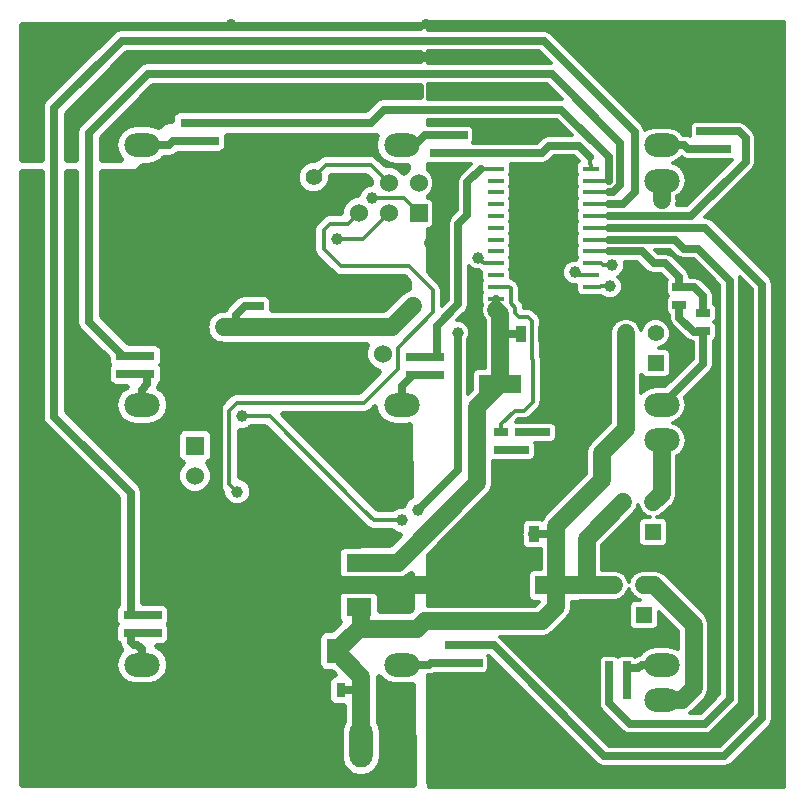
<source format=gtl>
G04 (created by PCBNEW (2013-jul-07)-stable) date pon, 28 lis 2016, 06:01:28*
%MOIN*%
G04 Gerber Fmt 3.4, Leading zero omitted, Abs format*
%FSLAX34Y34*%
G01*
G70*
G90*
G04 APERTURE LIST*
%ADD10C,0.00393701*%
%ADD11R,0.055X0.055*%
%ADD12C,0.055*%
%ADD13R,0.0551X0.0138*%
%ADD14R,0.06X0.08*%
%ADD15R,0.08X0.06*%
%ADD16R,0.045X0.025*%
%ADD17R,0.025X0.045*%
%ADD18R,0.06X0.06*%
%ADD19C,0.06*%
%ADD20O,0.078X0.156*%
%ADD21R,0.1417X0.063*%
%ADD22O,0.11811X0.0787402*%
%ADD23R,0.035X0.055*%
%ADD24C,0.0354331*%
%ADD25C,0.0393701*%
%ADD26C,0.0590551*%
%ADD27C,0.025*%
%ADD28C,0.014*%
%ADD29C,0.0137795*%
%ADD30C,0.019685*%
G04 APERTURE END LIST*
G54D10*
G54D11*
X93300Y-43100D03*
G54D12*
X93300Y-42100D03*
X92300Y-42100D03*
G54D11*
X93216Y-48728D03*
G54D12*
X93216Y-47728D03*
X92216Y-47728D03*
G54D11*
X92900Y-51500D03*
G54D12*
X92900Y-50500D03*
X91900Y-50500D03*
G54D13*
X91141Y-40944D03*
X91141Y-40551D03*
X91141Y-40157D03*
X91141Y-39763D03*
X91141Y-39370D03*
X91141Y-38976D03*
X91141Y-38582D03*
X91141Y-38188D03*
X91141Y-37795D03*
X91141Y-37401D03*
X91141Y-37007D03*
X91141Y-36614D03*
X87992Y-36614D03*
X87992Y-37007D03*
X87992Y-37401D03*
X87992Y-37795D03*
X87992Y-38188D03*
X87992Y-38582D03*
X87992Y-38976D03*
X87992Y-39370D03*
X87992Y-39763D03*
X87992Y-40157D03*
X87992Y-40551D03*
X87992Y-40944D03*
G54D14*
X82650Y-52700D03*
X81350Y-52700D03*
G54D15*
X83400Y-51224D03*
X83400Y-49771D03*
G54D16*
X88150Y-46000D03*
X88150Y-45400D03*
X88850Y-46000D03*
X88850Y-45400D03*
X89550Y-46000D03*
X89550Y-45400D03*
X87300Y-52500D03*
X87300Y-53100D03*
G54D17*
X82200Y-54000D03*
X82800Y-54000D03*
G54D16*
X86500Y-52500D03*
X86500Y-53100D03*
X75800Y-51500D03*
X75800Y-52100D03*
X75557Y-42859D03*
X75557Y-43459D03*
G54D17*
X91747Y-54055D03*
X92347Y-54055D03*
G54D16*
X76357Y-42859D03*
X76357Y-43459D03*
G54D17*
X91747Y-53267D03*
X92347Y-53267D03*
G54D16*
X76600Y-51500D03*
X76600Y-52100D03*
X94881Y-41432D03*
X94881Y-42032D03*
X85200Y-42900D03*
X85200Y-43500D03*
X94094Y-40566D03*
X94094Y-41166D03*
X86000Y-42900D03*
X86000Y-43500D03*
X77702Y-35087D03*
X77702Y-35687D03*
X86800Y-36100D03*
X86800Y-35500D03*
X86000Y-36100D03*
X86000Y-35500D03*
X78502Y-35087D03*
X78502Y-35687D03*
X94881Y-35369D03*
X94881Y-35969D03*
X95590Y-35369D03*
X95590Y-35969D03*
X80000Y-41200D03*
X80000Y-40600D03*
G54D18*
X85400Y-38100D03*
G54D19*
X85400Y-37100D03*
X84400Y-38100D03*
X84400Y-37100D03*
X83400Y-38100D03*
X83400Y-37100D03*
G54D18*
X77952Y-45850D03*
G54D19*
X77952Y-46850D03*
X77952Y-47850D03*
G54D18*
X83200Y-42800D03*
G54D19*
X84200Y-42800D03*
G54D20*
X83490Y-55800D03*
X81510Y-55800D03*
G54D21*
X88117Y-43800D03*
X90283Y-43800D03*
X89983Y-50500D03*
X87817Y-50500D03*
G54D22*
X76181Y-53149D03*
X84842Y-53149D03*
X93503Y-53149D03*
X76181Y-44488D03*
X84842Y-44488D03*
X93503Y-44488D03*
X76181Y-35826D03*
X84842Y-35826D03*
X93503Y-35826D03*
X93503Y-37007D03*
X93503Y-45669D03*
X93503Y-54330D03*
G54D12*
X78900Y-41900D03*
X78900Y-40900D03*
X81900Y-36900D03*
G54D23*
X88425Y-48800D03*
X89234Y-48800D03*
X89548Y-42125D03*
X88798Y-42125D03*
G54D24*
X72539Y-37007D03*
X72539Y-39763D03*
X72637Y-45866D03*
X74606Y-47736D03*
X74803Y-51968D03*
X76673Y-50688D03*
X75885Y-46161D03*
X74114Y-42814D03*
X73818Y-36909D03*
X72440Y-35236D03*
X73917Y-34842D03*
X75984Y-32874D03*
X84744Y-32874D03*
X80708Y-32874D03*
X80511Y-34153D03*
X77066Y-34153D03*
X75098Y-36122D03*
X74409Y-32185D03*
X79133Y-31791D03*
X85629Y-31791D03*
X85629Y-32874D03*
X89173Y-32972D03*
X91043Y-32283D03*
X93602Y-34744D03*
X97244Y-35531D03*
X95472Y-38090D03*
X97244Y-39665D03*
X97342Y-45078D03*
X97342Y-50885D03*
X96850Y-56397D03*
X93700Y-56791D03*
X90452Y-56397D03*
X87795Y-53937D03*
X89074Y-52559D03*
X91535Y-52066D03*
X93503Y-52165D03*
X91633Y-55413D03*
X95669Y-55118D03*
X96259Y-52263D03*
X96358Y-48228D03*
X96259Y-41633D03*
X94980Y-44192D03*
X94881Y-46948D03*
X94586Y-49803D03*
X95275Y-53838D03*
X86122Y-55216D03*
X88779Y-50984D03*
X86909Y-48622D03*
X88287Y-47047D03*
X89862Y-47637D03*
X90649Y-46062D03*
X91141Y-44192D03*
X89960Y-43011D03*
X92618Y-40354D03*
X90157Y-41043D03*
X88779Y-39566D03*
X90157Y-36909D03*
X89763Y-35236D03*
X88287Y-35334D03*
X89566Y-34055D03*
X87007Y-33956D03*
X80807Y-36122D03*
X79822Y-37893D03*
X81003Y-39468D03*
X80511Y-45767D03*
X80413Y-47440D03*
X82185Y-50295D03*
X79232Y-50393D03*
X79921Y-53838D03*
X78641Y-56692D03*
X76870Y-54724D03*
X73818Y-55905D03*
X72736Y-49901D03*
X77952Y-39468D03*
X75393Y-36909D03*
X75000Y-41437D03*
X75000Y-38779D03*
X80019Y-43208D03*
X87401Y-42913D03*
X87204Y-40452D03*
X85728Y-39074D03*
X96161Y-32381D03*
X94783Y-36614D03*
X81102Y-44881D03*
X84645Y-45669D03*
X84645Y-46948D03*
X78051Y-36515D03*
X94291Y-42716D03*
X86811Y-50492D03*
G54D25*
X86700Y-42083D03*
X85361Y-47988D03*
X93511Y-37648D03*
X85200Y-41200D03*
X90598Y-40065D03*
X75600Y-39400D03*
X83855Y-37604D03*
X79348Y-47378D03*
X82684Y-38963D03*
X91857Y-39829D03*
X87379Y-39573D03*
X91779Y-40537D03*
X84850Y-48333D03*
X79495Y-44868D03*
G54D26*
X83464Y-51950D02*
X83464Y-51574D01*
G54D27*
X83400Y-51510D02*
X83400Y-51150D01*
X83464Y-51574D02*
X83400Y-51510D01*
X86700Y-46650D02*
X86700Y-42083D01*
X85361Y-47988D02*
X86700Y-46650D01*
X89175Y-48800D02*
X89983Y-48800D01*
X89983Y-48800D02*
X90000Y-48800D01*
X90000Y-48800D02*
X89983Y-48800D01*
G54D26*
X83400Y-51950D02*
X83464Y-51950D01*
X83464Y-51950D02*
X85350Y-51950D01*
X89983Y-51217D02*
X89983Y-50500D01*
X89500Y-51700D02*
X89983Y-51217D01*
X85600Y-51700D02*
X89500Y-51700D01*
X85350Y-51950D02*
X85600Y-51700D01*
X89983Y-50500D02*
X89983Y-48800D01*
X89983Y-48800D02*
X89983Y-48517D01*
X89983Y-48517D02*
X91500Y-47000D01*
X91500Y-47000D02*
X91500Y-46100D01*
X91500Y-46100D02*
X92300Y-45300D01*
X92300Y-45300D02*
X92300Y-42100D01*
X92216Y-47728D02*
X91000Y-48944D01*
X91000Y-48944D02*
X91000Y-50500D01*
X83400Y-51950D02*
X82650Y-52700D01*
X89983Y-50500D02*
X91000Y-50500D01*
X91000Y-50500D02*
X91200Y-50500D01*
X91200Y-50500D02*
X91900Y-50500D01*
G54D27*
X82800Y-54000D02*
X83490Y-54000D01*
X83490Y-54000D02*
X83500Y-54000D01*
X83500Y-54000D02*
X83490Y-54000D01*
G54D26*
X83490Y-55800D02*
X83490Y-54000D01*
X83490Y-54000D02*
X83490Y-53540D01*
X83490Y-53540D02*
X82650Y-52700D01*
X92900Y-50500D02*
X93255Y-50500D01*
X94173Y-54330D02*
X93503Y-54330D01*
X94566Y-53937D02*
X94173Y-54330D01*
X94566Y-51811D02*
X94566Y-53937D01*
X93255Y-50500D02*
X94566Y-51811D01*
X93216Y-47728D02*
X93503Y-47440D01*
X93503Y-47440D02*
X93503Y-45669D01*
X93503Y-37007D02*
X93503Y-37641D01*
X93503Y-37641D02*
X93511Y-37648D01*
G54D27*
X76600Y-52100D02*
X75800Y-52100D01*
X76181Y-53149D02*
X76181Y-52631D01*
X75800Y-52375D02*
X75800Y-52100D01*
X75900Y-52475D02*
X75800Y-52375D01*
X76025Y-52475D02*
X75900Y-52475D01*
X76181Y-52631D02*
X76025Y-52475D01*
X86500Y-53100D02*
X87300Y-53100D01*
X84842Y-53149D02*
X85750Y-53149D01*
X85800Y-53100D02*
X86500Y-53100D01*
X85750Y-53149D02*
X85800Y-53100D01*
X92347Y-54055D02*
X92347Y-53267D01*
X93503Y-53149D02*
X92834Y-53149D01*
X92716Y-53267D02*
X92347Y-53267D01*
X92834Y-53149D02*
X92716Y-53267D01*
X76357Y-43459D02*
X75557Y-43459D01*
X76181Y-44488D02*
X76181Y-43976D01*
X76357Y-43800D02*
X76357Y-43459D01*
X76181Y-43976D02*
X76357Y-43800D01*
X85200Y-43500D02*
X86000Y-43500D01*
X84842Y-44488D02*
X84842Y-43857D01*
X84842Y-43857D02*
X85200Y-43500D01*
X94881Y-42032D02*
X94866Y-42047D01*
X94094Y-41574D02*
X94094Y-41166D01*
X94566Y-42047D02*
X94094Y-41574D01*
X94866Y-42047D02*
X94566Y-42047D01*
X93503Y-44488D02*
X94881Y-43110D01*
X94881Y-43110D02*
X94881Y-42032D01*
X76181Y-35826D02*
X77086Y-35826D01*
X77225Y-35687D02*
X77702Y-35687D01*
X77086Y-35826D02*
X77225Y-35687D01*
X77702Y-35687D02*
X78502Y-35687D01*
X86000Y-35500D02*
X85602Y-35500D01*
X85275Y-35826D02*
X84842Y-35826D01*
X85602Y-35500D02*
X85275Y-35826D01*
X86000Y-35500D02*
X86800Y-35500D01*
X94881Y-35969D02*
X95590Y-35969D01*
X93503Y-35826D02*
X94251Y-35826D01*
X94394Y-35969D02*
X94881Y-35969D01*
X94251Y-35826D02*
X94394Y-35969D01*
X80000Y-41200D02*
X79600Y-41200D01*
X79300Y-41500D02*
X79300Y-41900D01*
X79600Y-41200D02*
X79300Y-41500D01*
G54D26*
X78900Y-41900D02*
X79300Y-41900D01*
X79300Y-41900D02*
X84500Y-41900D01*
X84500Y-41900D02*
X85200Y-41200D01*
G54D28*
X91141Y-40157D02*
X90689Y-40157D01*
X90689Y-40157D02*
X90598Y-40065D01*
G54D27*
X89548Y-42125D02*
X89823Y-42125D01*
X89837Y-42112D02*
X90283Y-42112D01*
X89823Y-42125D02*
X89837Y-42112D01*
G54D28*
X91141Y-40944D02*
X90742Y-40944D01*
G54D26*
X90283Y-41404D02*
X90598Y-41089D01*
X90283Y-41404D02*
X90283Y-42112D01*
X90283Y-42112D02*
X90283Y-43800D01*
G54D28*
X90742Y-40944D02*
X90598Y-41089D01*
G54D27*
X78101Y-40101D02*
X80224Y-37978D01*
X82521Y-37978D02*
X83400Y-37100D01*
X80224Y-37978D02*
X82521Y-37978D01*
X88425Y-48800D02*
X87700Y-48800D01*
X87700Y-48800D02*
X87350Y-48450D01*
X80000Y-40600D02*
X79200Y-40600D01*
X79200Y-40600D02*
X78900Y-40900D01*
G54D26*
X86000Y-49800D02*
X87350Y-48450D01*
X87350Y-48450D02*
X88450Y-47350D01*
X90283Y-46000D02*
X90283Y-46517D01*
X86000Y-49800D02*
X86000Y-50500D01*
X89450Y-47350D02*
X90283Y-46517D01*
X88450Y-47350D02*
X89450Y-47350D01*
G54D27*
X89550Y-46000D02*
X90283Y-46000D01*
X90283Y-46000D02*
X90300Y-46000D01*
X90300Y-46000D02*
X90283Y-46000D01*
X77952Y-47850D02*
X78549Y-47850D01*
X78150Y-41650D02*
X78900Y-40900D01*
X78150Y-42150D02*
X78150Y-41650D01*
X78750Y-42750D02*
X78150Y-42150D01*
X78750Y-47650D02*
X78750Y-42750D01*
X78549Y-47850D02*
X78750Y-47650D01*
G54D26*
X90283Y-43800D02*
X90283Y-46000D01*
X84800Y-50500D02*
X85300Y-50500D01*
X78900Y-40900D02*
X78495Y-40495D01*
X78495Y-40495D02*
X78101Y-40101D01*
X78101Y-40101D02*
X77400Y-39400D01*
X77400Y-39400D02*
X75600Y-39400D01*
X81350Y-52700D02*
X81350Y-51850D01*
X82700Y-50500D02*
X84800Y-50500D01*
X84800Y-50500D02*
X86000Y-50500D01*
X86000Y-50500D02*
X87817Y-50500D01*
X81350Y-51850D02*
X82700Y-50500D01*
G54D27*
X82200Y-54000D02*
X81350Y-54000D01*
G54D26*
X81510Y-55800D02*
X81510Y-54510D01*
X81350Y-54350D02*
X81350Y-54000D01*
X81350Y-54000D02*
X81350Y-52700D01*
X81510Y-54510D02*
X81350Y-54350D01*
G54D28*
X85400Y-38100D02*
X84904Y-37604D01*
X84904Y-37604D02*
X83855Y-37604D01*
X81900Y-36900D02*
X82297Y-36502D01*
X83802Y-36502D02*
X84400Y-37100D01*
X82297Y-36502D02*
X83802Y-36502D01*
X83400Y-38100D02*
X83048Y-38451D01*
X79092Y-47122D02*
X79348Y-47378D01*
X79092Y-44681D02*
X79092Y-47122D01*
X79348Y-44425D02*
X79092Y-44681D01*
X79446Y-44425D02*
X79348Y-44425D01*
X83570Y-44425D02*
X79446Y-44425D01*
X84702Y-43293D02*
X83570Y-44425D01*
X84702Y-42575D02*
X84702Y-43293D01*
X85873Y-41404D02*
X84702Y-42575D01*
X85873Y-40656D02*
X85873Y-41404D01*
X85086Y-39868D02*
X85873Y-40656D01*
X82822Y-39868D02*
X85086Y-39868D01*
X82241Y-39287D02*
X82822Y-39868D01*
X82241Y-38667D02*
X82241Y-39287D01*
X82458Y-38451D02*
X82241Y-38667D01*
X83048Y-38451D02*
X82458Y-38451D01*
X84400Y-38100D02*
X83536Y-38963D01*
X83536Y-38963D02*
X82684Y-38963D01*
X91477Y-39763D02*
X91141Y-39763D01*
X91542Y-39829D02*
X91477Y-39763D01*
X91857Y-39829D02*
X91542Y-39829D01*
G54D27*
X88850Y-46000D02*
X88150Y-46000D01*
X89550Y-45400D02*
X88850Y-45400D01*
G54D26*
X84700Y-49750D02*
X87350Y-47100D01*
G54D28*
X83400Y-49850D02*
X83500Y-49750D01*
G54D26*
X84550Y-49750D02*
X84700Y-49750D01*
X83500Y-49750D02*
X84550Y-49750D01*
X87350Y-44567D02*
X88117Y-43800D01*
X87350Y-47100D02*
X87350Y-44567D01*
G54D27*
X88798Y-42125D02*
X88117Y-42125D01*
G54D26*
X88117Y-43800D02*
X88117Y-42125D01*
X88117Y-42125D02*
X88117Y-41463D01*
G54D27*
X87992Y-41338D02*
X87992Y-40944D01*
G54D26*
X88117Y-41463D02*
X87992Y-41338D01*
G54D28*
X88150Y-45400D02*
X88150Y-45125D01*
X88426Y-40551D02*
X87992Y-40551D01*
X88475Y-40600D02*
X88426Y-40551D01*
X88475Y-41100D02*
X88475Y-40600D01*
X88625Y-41250D02*
X88475Y-41100D01*
X88625Y-41425D02*
X88625Y-41250D01*
X88750Y-41550D02*
X88625Y-41425D01*
X89050Y-41550D02*
X88750Y-41550D01*
X89175Y-41675D02*
X89050Y-41550D01*
X89175Y-42950D02*
X89175Y-41675D01*
X89200Y-42975D02*
X89175Y-42950D01*
X89200Y-44375D02*
X89200Y-42975D01*
X88900Y-44675D02*
X89200Y-44375D01*
X88600Y-44675D02*
X88900Y-44675D01*
X88150Y-45125D02*
X88600Y-44675D01*
X87569Y-39763D02*
X87992Y-39763D01*
X87379Y-39573D02*
X87569Y-39763D01*
X91450Y-40551D02*
X91141Y-40551D01*
X91464Y-40537D02*
X91450Y-40551D01*
X91779Y-40537D02*
X91464Y-40537D01*
G54D27*
X91732Y-37795D02*
X92204Y-37795D01*
X75507Y-32342D02*
X89564Y-32342D01*
X75800Y-51500D02*
X75800Y-47425D01*
X73249Y-44874D02*
X73249Y-34600D01*
X75800Y-47425D02*
X73249Y-44874D01*
X73249Y-34600D02*
X75507Y-32342D01*
G54D28*
X91732Y-37795D02*
X91141Y-37795D01*
G54D27*
X92598Y-35376D02*
X89564Y-32342D01*
X92598Y-37401D02*
X92598Y-35376D01*
X92204Y-37795D02*
X92598Y-37401D01*
X76600Y-51500D02*
X75800Y-51500D01*
X91732Y-38582D02*
X94960Y-38582D01*
G54D28*
X91141Y-38582D02*
X91732Y-38582D01*
G54D27*
X94960Y-38582D02*
X96850Y-40472D01*
X87300Y-52500D02*
X87900Y-52500D01*
X96850Y-54930D02*
X96850Y-40472D01*
X95590Y-56190D02*
X96850Y-54930D01*
X91590Y-56190D02*
X95590Y-56190D01*
X87900Y-52500D02*
X91590Y-56190D01*
X86500Y-52500D02*
X87300Y-52500D01*
X94940Y-55118D02*
X95775Y-54283D01*
X91747Y-54424D02*
X92440Y-55118D01*
X92440Y-55118D02*
X94940Y-55118D01*
X91747Y-54055D02*
X91747Y-54424D01*
X95775Y-40341D02*
X94709Y-39275D01*
X95775Y-54283D02*
X95775Y-40341D01*
X91747Y-53267D02*
X91747Y-54055D01*
G54D28*
X91141Y-38976D02*
X91732Y-38976D01*
G54D27*
X94709Y-39275D02*
X94235Y-39275D01*
X93937Y-38976D02*
X91732Y-38976D01*
X94235Y-39275D02*
X93937Y-38976D01*
X76385Y-33451D02*
X74409Y-35427D01*
X92125Y-35748D02*
X92125Y-37165D01*
X91889Y-37401D02*
X91732Y-37401D01*
X92125Y-37165D02*
X91889Y-37401D01*
G54D28*
X91141Y-37401D02*
X91732Y-37401D01*
G54D27*
X89829Y-33451D02*
X76385Y-33451D01*
X92125Y-35748D02*
X89829Y-33451D01*
X74409Y-41711D02*
X75557Y-42859D01*
X74409Y-35427D02*
X74409Y-41711D01*
X76357Y-42859D02*
X75557Y-42859D01*
X87025Y-38150D02*
X87025Y-37069D01*
X86725Y-38450D02*
X87025Y-38150D01*
X86000Y-42900D02*
X86000Y-41850D01*
X86000Y-41850D02*
X86725Y-41125D01*
X86725Y-41125D02*
X86725Y-38450D01*
G54D28*
X87480Y-36614D02*
X87992Y-36614D01*
G54D27*
X87025Y-37069D02*
X87480Y-36614D01*
X85200Y-42900D02*
X86000Y-42900D01*
X94094Y-40566D02*
X94094Y-40236D01*
G54D28*
X91732Y-39370D02*
X91141Y-39370D01*
G54D27*
X92834Y-39370D02*
X91732Y-39370D01*
X93228Y-39763D02*
X92834Y-39370D01*
X93622Y-39763D02*
X93228Y-39763D01*
X94094Y-40236D02*
X93622Y-39763D01*
X94881Y-41432D02*
X94881Y-40866D01*
X94581Y-40566D02*
X94094Y-40566D01*
X94881Y-40866D02*
X94581Y-40566D01*
X78502Y-35087D02*
X83810Y-35087D01*
G54D28*
X91732Y-37007D02*
X91141Y-37007D01*
G54D27*
X91732Y-36220D02*
X91732Y-37007D01*
X90157Y-34645D02*
X91732Y-36220D01*
X84251Y-34645D02*
X90157Y-34645D01*
X83810Y-35087D02*
X84251Y-34645D01*
X77702Y-35087D02*
X78502Y-35087D01*
X89921Y-35850D02*
X90731Y-35850D01*
G54D28*
X91141Y-36496D02*
X91141Y-36614D01*
X91102Y-36456D02*
X91141Y-36496D01*
X91102Y-36220D02*
X91102Y-36456D01*
G54D27*
X90731Y-35850D02*
X91102Y-36220D01*
X86800Y-36100D02*
X89500Y-36100D01*
X89750Y-35850D02*
X89921Y-35850D01*
X89921Y-35850D02*
X89925Y-35850D01*
X89500Y-36100D02*
X89750Y-35850D01*
X86000Y-36100D02*
X86800Y-36100D01*
G54D28*
X91141Y-38188D02*
X91732Y-38188D01*
G54D27*
X96077Y-35369D02*
X96299Y-35590D01*
X96299Y-35590D02*
X96299Y-36377D01*
X96299Y-36377D02*
X94488Y-38188D01*
X94488Y-38188D02*
X91732Y-38188D01*
X96077Y-35369D02*
X95590Y-35369D01*
X95590Y-35369D02*
X94881Y-35369D01*
G54D28*
X83511Y-47939D02*
X83905Y-48333D01*
X83511Y-47939D02*
X80440Y-44868D01*
X80440Y-44868D02*
X79495Y-44868D01*
X83905Y-48333D02*
X84850Y-48333D01*
G54D10*
G36*
X87146Y-36451D02*
X86776Y-36821D01*
X86700Y-36935D01*
X86673Y-37069D01*
X86673Y-38004D01*
X86476Y-38201D01*
X86400Y-38315D01*
X86373Y-38450D01*
X86373Y-40979D01*
X86170Y-41183D01*
X86170Y-40656D01*
X86147Y-40542D01*
X86147Y-40542D01*
X86083Y-40446D01*
X85706Y-40069D01*
X85706Y-38626D01*
X85744Y-38626D01*
X85828Y-38592D01*
X85891Y-38528D01*
X85926Y-38445D01*
X85926Y-38355D01*
X85926Y-37755D01*
X85892Y-37671D01*
X85828Y-37608D01*
X85745Y-37573D01*
X85706Y-37573D01*
X85706Y-37537D01*
X85845Y-37398D01*
X85926Y-37205D01*
X85926Y-36995D01*
X85846Y-36802D01*
X85706Y-36661D01*
X85706Y-36441D01*
X85729Y-36451D01*
X85819Y-36451D01*
X86269Y-36451D01*
X86269Y-36451D01*
X86575Y-36451D01*
X86619Y-36451D01*
X87069Y-36451D01*
X87069Y-36451D01*
X87146Y-36451D01*
X87146Y-36451D01*
G37*
G54D29*
X87146Y-36451D02*
X86776Y-36821D01*
X86700Y-36935D01*
X86673Y-37069D01*
X86673Y-38004D01*
X86476Y-38201D01*
X86400Y-38315D01*
X86373Y-38450D01*
X86373Y-40979D01*
X86170Y-41183D01*
X86170Y-40656D01*
X86147Y-40542D01*
X86147Y-40542D01*
X86083Y-40446D01*
X85706Y-40069D01*
X85706Y-38626D01*
X85744Y-38626D01*
X85828Y-38592D01*
X85891Y-38528D01*
X85926Y-38445D01*
X85926Y-38355D01*
X85926Y-37755D01*
X85892Y-37671D01*
X85828Y-37608D01*
X85745Y-37573D01*
X85706Y-37573D01*
X85706Y-37537D01*
X85845Y-37398D01*
X85926Y-37205D01*
X85926Y-36995D01*
X85846Y-36802D01*
X85706Y-36661D01*
X85706Y-36441D01*
X85729Y-36451D01*
X85819Y-36451D01*
X86269Y-36451D01*
X86269Y-36451D01*
X86575Y-36451D01*
X86619Y-36451D01*
X87069Y-36451D01*
X87069Y-36451D01*
X87146Y-36451D01*
G54D10*
G36*
X87595Y-43258D02*
X87363Y-43258D01*
X87280Y-43292D01*
X87216Y-43356D01*
X87182Y-43439D01*
X87182Y-43529D01*
X87182Y-43997D01*
X87051Y-44127D01*
X87051Y-42330D01*
X87058Y-42323D01*
X87123Y-42167D01*
X87123Y-41999D01*
X87059Y-41843D01*
X86940Y-41724D01*
X86784Y-41660D01*
X86686Y-41660D01*
X86973Y-41373D01*
X87049Y-41259D01*
X87076Y-41125D01*
X87076Y-39868D01*
X87139Y-39932D01*
X87294Y-39996D01*
X87395Y-39996D01*
X87395Y-39996D01*
X87456Y-40037D01*
X87456Y-40037D01*
X87490Y-40044D01*
X87490Y-40133D01*
X87490Y-40271D01*
X87524Y-40354D01*
X87490Y-40436D01*
X87490Y-40527D01*
X87490Y-40665D01*
X87524Y-40748D01*
X87490Y-40830D01*
X87490Y-40920D01*
X87490Y-41058D01*
X87518Y-41126D01*
X87510Y-41138D01*
X87470Y-41338D01*
X87510Y-41538D01*
X87595Y-41665D01*
X87595Y-42125D01*
X87595Y-43258D01*
X87595Y-43258D01*
G37*
G54D29*
X87595Y-43258D02*
X87363Y-43258D01*
X87280Y-43292D01*
X87216Y-43356D01*
X87182Y-43439D01*
X87182Y-43529D01*
X87182Y-43997D01*
X87051Y-44127D01*
X87051Y-42330D01*
X87058Y-42323D01*
X87123Y-42167D01*
X87123Y-41999D01*
X87059Y-41843D01*
X86940Y-41724D01*
X86784Y-41660D01*
X86686Y-41660D01*
X86973Y-41373D01*
X87049Y-41259D01*
X87076Y-41125D01*
X87076Y-39868D01*
X87139Y-39932D01*
X87294Y-39996D01*
X87395Y-39996D01*
X87395Y-39996D01*
X87456Y-40037D01*
X87456Y-40037D01*
X87490Y-40044D01*
X87490Y-40133D01*
X87490Y-40271D01*
X87524Y-40354D01*
X87490Y-40436D01*
X87490Y-40527D01*
X87490Y-40665D01*
X87524Y-40748D01*
X87490Y-40830D01*
X87490Y-40920D01*
X87490Y-41058D01*
X87518Y-41126D01*
X87510Y-41138D01*
X87470Y-41338D01*
X87510Y-41538D01*
X87595Y-41665D01*
X87595Y-42125D01*
X87595Y-43258D01*
G54D10*
G36*
X89824Y-33100D02*
X85706Y-33100D01*
X85706Y-32693D01*
X89418Y-32693D01*
X89824Y-33100D01*
X89824Y-33100D01*
G37*
G54D29*
X89824Y-33100D02*
X85706Y-33100D01*
X85706Y-32693D01*
X89418Y-32693D01*
X89824Y-33100D01*
G54D10*
G36*
X90179Y-34298D02*
X90157Y-34294D01*
X85706Y-34294D01*
X85706Y-33802D01*
X89683Y-33802D01*
X90179Y-34298D01*
X90179Y-34298D01*
G37*
G54D29*
X90179Y-34298D02*
X90157Y-34294D01*
X85706Y-34294D01*
X85706Y-33802D01*
X89683Y-33802D01*
X90179Y-34298D01*
G54D10*
G36*
X90513Y-35498D02*
X89925Y-35498D01*
X89921Y-35498D01*
X89750Y-35498D01*
X89615Y-35525D01*
X89501Y-35601D01*
X89501Y-35601D01*
X89354Y-35748D01*
X87218Y-35748D01*
X87251Y-35670D01*
X87251Y-35580D01*
X87251Y-35330D01*
X87217Y-35246D01*
X87153Y-35183D01*
X87070Y-35148D01*
X86980Y-35148D01*
X86530Y-35148D01*
X86530Y-35148D01*
X86224Y-35148D01*
X86180Y-35148D01*
X85730Y-35148D01*
X85730Y-35148D01*
X85706Y-35148D01*
X85706Y-34997D01*
X90011Y-34997D01*
X90513Y-35498D01*
X90513Y-35498D01*
G37*
G54D29*
X90513Y-35498D02*
X89925Y-35498D01*
X89921Y-35498D01*
X89750Y-35498D01*
X89615Y-35525D01*
X89501Y-35601D01*
X89501Y-35601D01*
X89354Y-35748D01*
X87218Y-35748D01*
X87251Y-35670D01*
X87251Y-35580D01*
X87251Y-35330D01*
X87217Y-35246D01*
X87153Y-35183D01*
X87070Y-35148D01*
X86980Y-35148D01*
X86530Y-35148D01*
X86530Y-35148D01*
X86224Y-35148D01*
X86180Y-35148D01*
X85730Y-35148D01*
X85730Y-35148D01*
X85706Y-35148D01*
X85706Y-34997D01*
X90011Y-34997D01*
X90513Y-35498D01*
G54D10*
G36*
X94530Y-42964D02*
X93627Y-43868D01*
X93291Y-43868D01*
X93053Y-43915D01*
X92852Y-44049D01*
X92821Y-44096D01*
X92821Y-43475D01*
X92832Y-43503D01*
X92896Y-43566D01*
X92979Y-43601D01*
X93069Y-43601D01*
X93619Y-43601D01*
X93703Y-43567D01*
X93766Y-43503D01*
X93801Y-43420D01*
X93801Y-43330D01*
X93801Y-42780D01*
X93767Y-42696D01*
X93703Y-42633D01*
X93620Y-42598D01*
X93530Y-42598D01*
X93406Y-42598D01*
X93583Y-42525D01*
X93724Y-42384D01*
X93801Y-42200D01*
X93801Y-42000D01*
X93725Y-41816D01*
X93584Y-41675D01*
X93400Y-41598D01*
X93200Y-41598D01*
X93016Y-41674D01*
X92875Y-41815D01*
X92800Y-41994D01*
X92781Y-41900D01*
X92668Y-41731D01*
X92499Y-41618D01*
X92300Y-41578D01*
X92100Y-41618D01*
X91931Y-41731D01*
X91818Y-41900D01*
X91778Y-42100D01*
X91778Y-45083D01*
X91131Y-45731D01*
X91018Y-45900D01*
X90978Y-46100D01*
X90978Y-46783D01*
X89614Y-48148D01*
X89501Y-48317D01*
X89500Y-48318D01*
X89500Y-48318D01*
X89454Y-48298D01*
X89364Y-48298D01*
X89014Y-48298D01*
X88930Y-48332D01*
X88867Y-48396D01*
X88832Y-48479D01*
X88832Y-48569D01*
X88832Y-48754D01*
X88823Y-48800D01*
X88832Y-48845D01*
X88832Y-49119D01*
X88867Y-49203D01*
X88930Y-49266D01*
X89013Y-49301D01*
X89103Y-49301D01*
X89453Y-49301D01*
X89461Y-49298D01*
X89461Y-49958D01*
X89229Y-49958D01*
X89146Y-49992D01*
X89082Y-50056D01*
X89048Y-50139D01*
X89048Y-50229D01*
X89048Y-50859D01*
X89082Y-50943D01*
X89146Y-51006D01*
X89229Y-51041D01*
X89319Y-51041D01*
X89420Y-51041D01*
X89283Y-51178D01*
X85706Y-51178D01*
X85706Y-49481D01*
X87718Y-47468D01*
X87718Y-47468D01*
X87775Y-47384D01*
X87831Y-47299D01*
X87831Y-47299D01*
X87871Y-47100D01*
X87871Y-47100D01*
X87871Y-46347D01*
X87879Y-46351D01*
X87969Y-46351D01*
X88419Y-46351D01*
X88419Y-46351D01*
X88625Y-46351D01*
X88669Y-46351D01*
X89119Y-46351D01*
X89203Y-46317D01*
X89266Y-46253D01*
X89301Y-46170D01*
X89301Y-46080D01*
X89301Y-45830D01*
X89268Y-45751D01*
X89325Y-45751D01*
X89369Y-45751D01*
X89819Y-45751D01*
X89903Y-45717D01*
X89966Y-45653D01*
X90001Y-45570D01*
X90001Y-45480D01*
X90001Y-45230D01*
X89967Y-45146D01*
X89903Y-45083D01*
X89820Y-45048D01*
X89730Y-45048D01*
X89280Y-45048D01*
X89280Y-45048D01*
X89074Y-45048D01*
X89030Y-45048D01*
X88645Y-45048D01*
X88722Y-44971D01*
X88900Y-44971D01*
X89013Y-44948D01*
X89109Y-44884D01*
X89409Y-44584D01*
X89409Y-44584D01*
X89409Y-44584D01*
X89473Y-44488D01*
X89473Y-44488D01*
X89491Y-44397D01*
X89496Y-44375D01*
X89496Y-44375D01*
X89496Y-44375D01*
X89496Y-42975D01*
X89473Y-42861D01*
X89473Y-42861D01*
X89471Y-42857D01*
X89471Y-42857D01*
X89471Y-41675D01*
X89471Y-41674D01*
X89448Y-41561D01*
X89448Y-41561D01*
X89384Y-41465D01*
X89384Y-41465D01*
X89259Y-41340D01*
X89163Y-41276D01*
X89050Y-41253D01*
X88921Y-41253D01*
X88921Y-41250D01*
X88898Y-41136D01*
X88898Y-41136D01*
X88834Y-41040D01*
X88771Y-40977D01*
X88771Y-40600D01*
X88748Y-40486D01*
X88748Y-40486D01*
X88684Y-40390D01*
X88635Y-40341D01*
X88539Y-40277D01*
X88493Y-40268D01*
X88494Y-40181D01*
X88494Y-40043D01*
X88459Y-39960D01*
X88493Y-39878D01*
X88494Y-39787D01*
X88494Y-39649D01*
X88459Y-39566D01*
X88493Y-39484D01*
X88494Y-39394D01*
X88494Y-39256D01*
X88459Y-39173D01*
X88493Y-39090D01*
X88494Y-39000D01*
X88494Y-38862D01*
X88459Y-38779D01*
X88493Y-38696D01*
X88494Y-38606D01*
X88494Y-38468D01*
X88459Y-38385D01*
X88493Y-38303D01*
X88494Y-38213D01*
X88494Y-38075D01*
X88459Y-37992D01*
X88493Y-37909D01*
X88494Y-37819D01*
X88494Y-37681D01*
X88459Y-37598D01*
X88493Y-37515D01*
X88494Y-37425D01*
X88494Y-37287D01*
X88459Y-37204D01*
X88493Y-37122D01*
X88494Y-37032D01*
X88494Y-36894D01*
X88459Y-36810D01*
X88493Y-36728D01*
X88494Y-36638D01*
X88494Y-36500D01*
X88473Y-36451D01*
X89500Y-36451D01*
X89634Y-36424D01*
X89748Y-36348D01*
X89895Y-36201D01*
X89921Y-36201D01*
X89925Y-36201D01*
X90586Y-36201D01*
X90738Y-36353D01*
X90674Y-36416D01*
X90639Y-36499D01*
X90639Y-36590D01*
X90639Y-36728D01*
X90674Y-36811D01*
X90639Y-36893D01*
X90639Y-36983D01*
X90639Y-37121D01*
X90674Y-37204D01*
X90639Y-37287D01*
X90639Y-37377D01*
X90639Y-37515D01*
X90674Y-37598D01*
X90639Y-37681D01*
X90639Y-37771D01*
X90639Y-37909D01*
X90674Y-37992D01*
X90639Y-38074D01*
X90639Y-38164D01*
X90639Y-38302D01*
X90674Y-38385D01*
X90639Y-38468D01*
X90639Y-38558D01*
X90639Y-38696D01*
X90674Y-38779D01*
X90639Y-38862D01*
X90639Y-38952D01*
X90639Y-39090D01*
X90674Y-39173D01*
X90639Y-39255D01*
X90639Y-39345D01*
X90639Y-39483D01*
X90674Y-39567D01*
X90642Y-39642D01*
X90514Y-39642D01*
X90358Y-39706D01*
X90239Y-39825D01*
X90174Y-39980D01*
X90174Y-40149D01*
X90239Y-40304D01*
X90357Y-40424D01*
X90513Y-40488D01*
X90639Y-40488D01*
X90639Y-40527D01*
X90639Y-40665D01*
X90674Y-40748D01*
X90737Y-40811D01*
X90821Y-40846D01*
X90911Y-40846D01*
X91136Y-40846D01*
X91141Y-40847D01*
X91450Y-40847D01*
X91455Y-40846D01*
X91462Y-40846D01*
X91467Y-40844D01*
X91483Y-40841D01*
X91539Y-40896D01*
X91694Y-40961D01*
X91862Y-40961D01*
X92018Y-40896D01*
X92137Y-40778D01*
X92202Y-40622D01*
X92202Y-40454D01*
X92138Y-40298D01*
X92048Y-40208D01*
X92097Y-40188D01*
X92216Y-40069D01*
X92281Y-39913D01*
X92281Y-39745D01*
X92271Y-39721D01*
X92689Y-39721D01*
X92979Y-40012D01*
X92979Y-40012D01*
X93093Y-40088D01*
X93228Y-40115D01*
X93476Y-40115D01*
X93676Y-40315D01*
X93643Y-40395D01*
X93643Y-40485D01*
X93643Y-40735D01*
X93677Y-40819D01*
X93724Y-40866D01*
X93677Y-40912D01*
X93643Y-40995D01*
X93643Y-41085D01*
X93643Y-41335D01*
X93677Y-41419D01*
X93741Y-41482D01*
X93743Y-41483D01*
X93743Y-41574D01*
X93769Y-41709D01*
X93846Y-41823D01*
X94318Y-42295D01*
X94432Y-42371D01*
X94530Y-42391D01*
X94530Y-42964D01*
X94530Y-42964D01*
G37*
G54D29*
X94530Y-42964D02*
X93627Y-43868D01*
X93291Y-43868D01*
X93053Y-43915D01*
X92852Y-44049D01*
X92821Y-44096D01*
X92821Y-43475D01*
X92832Y-43503D01*
X92896Y-43566D01*
X92979Y-43601D01*
X93069Y-43601D01*
X93619Y-43601D01*
X93703Y-43567D01*
X93766Y-43503D01*
X93801Y-43420D01*
X93801Y-43330D01*
X93801Y-42780D01*
X93767Y-42696D01*
X93703Y-42633D01*
X93620Y-42598D01*
X93530Y-42598D01*
X93406Y-42598D01*
X93583Y-42525D01*
X93724Y-42384D01*
X93801Y-42200D01*
X93801Y-42000D01*
X93725Y-41816D01*
X93584Y-41675D01*
X93400Y-41598D01*
X93200Y-41598D01*
X93016Y-41674D01*
X92875Y-41815D01*
X92800Y-41994D01*
X92781Y-41900D01*
X92668Y-41731D01*
X92499Y-41618D01*
X92300Y-41578D01*
X92100Y-41618D01*
X91931Y-41731D01*
X91818Y-41900D01*
X91778Y-42100D01*
X91778Y-45083D01*
X91131Y-45731D01*
X91018Y-45900D01*
X90978Y-46100D01*
X90978Y-46783D01*
X89614Y-48148D01*
X89501Y-48317D01*
X89500Y-48318D01*
X89500Y-48318D01*
X89454Y-48298D01*
X89364Y-48298D01*
X89014Y-48298D01*
X88930Y-48332D01*
X88867Y-48396D01*
X88832Y-48479D01*
X88832Y-48569D01*
X88832Y-48754D01*
X88823Y-48800D01*
X88832Y-48845D01*
X88832Y-49119D01*
X88867Y-49203D01*
X88930Y-49266D01*
X89013Y-49301D01*
X89103Y-49301D01*
X89453Y-49301D01*
X89461Y-49298D01*
X89461Y-49958D01*
X89229Y-49958D01*
X89146Y-49992D01*
X89082Y-50056D01*
X89048Y-50139D01*
X89048Y-50229D01*
X89048Y-50859D01*
X89082Y-50943D01*
X89146Y-51006D01*
X89229Y-51041D01*
X89319Y-51041D01*
X89420Y-51041D01*
X89283Y-51178D01*
X85706Y-51178D01*
X85706Y-49481D01*
X87718Y-47468D01*
X87718Y-47468D01*
X87775Y-47384D01*
X87831Y-47299D01*
X87831Y-47299D01*
X87871Y-47100D01*
X87871Y-47100D01*
X87871Y-46347D01*
X87879Y-46351D01*
X87969Y-46351D01*
X88419Y-46351D01*
X88419Y-46351D01*
X88625Y-46351D01*
X88669Y-46351D01*
X89119Y-46351D01*
X89203Y-46317D01*
X89266Y-46253D01*
X89301Y-46170D01*
X89301Y-46080D01*
X89301Y-45830D01*
X89268Y-45751D01*
X89325Y-45751D01*
X89369Y-45751D01*
X89819Y-45751D01*
X89903Y-45717D01*
X89966Y-45653D01*
X90001Y-45570D01*
X90001Y-45480D01*
X90001Y-45230D01*
X89967Y-45146D01*
X89903Y-45083D01*
X89820Y-45048D01*
X89730Y-45048D01*
X89280Y-45048D01*
X89280Y-45048D01*
X89074Y-45048D01*
X89030Y-45048D01*
X88645Y-45048D01*
X88722Y-44971D01*
X88900Y-44971D01*
X89013Y-44948D01*
X89109Y-44884D01*
X89409Y-44584D01*
X89409Y-44584D01*
X89409Y-44584D01*
X89473Y-44488D01*
X89473Y-44488D01*
X89491Y-44397D01*
X89496Y-44375D01*
X89496Y-44375D01*
X89496Y-44375D01*
X89496Y-42975D01*
X89473Y-42861D01*
X89473Y-42861D01*
X89471Y-42857D01*
X89471Y-42857D01*
X89471Y-41675D01*
X89471Y-41674D01*
X89448Y-41561D01*
X89448Y-41561D01*
X89384Y-41465D01*
X89384Y-41465D01*
X89259Y-41340D01*
X89163Y-41276D01*
X89050Y-41253D01*
X88921Y-41253D01*
X88921Y-41250D01*
X88898Y-41136D01*
X88898Y-41136D01*
X88834Y-41040D01*
X88771Y-40977D01*
X88771Y-40600D01*
X88748Y-40486D01*
X88748Y-40486D01*
X88684Y-40390D01*
X88635Y-40341D01*
X88539Y-40277D01*
X88493Y-40268D01*
X88494Y-40181D01*
X88494Y-40043D01*
X88459Y-39960D01*
X88493Y-39878D01*
X88494Y-39787D01*
X88494Y-39649D01*
X88459Y-39566D01*
X88493Y-39484D01*
X88494Y-39394D01*
X88494Y-39256D01*
X88459Y-39173D01*
X88493Y-39090D01*
X88494Y-39000D01*
X88494Y-38862D01*
X88459Y-38779D01*
X88493Y-38696D01*
X88494Y-38606D01*
X88494Y-38468D01*
X88459Y-38385D01*
X88493Y-38303D01*
X88494Y-38213D01*
X88494Y-38075D01*
X88459Y-37992D01*
X88493Y-37909D01*
X88494Y-37819D01*
X88494Y-37681D01*
X88459Y-37598D01*
X88493Y-37515D01*
X88494Y-37425D01*
X88494Y-37287D01*
X88459Y-37204D01*
X88493Y-37122D01*
X88494Y-37032D01*
X88494Y-36894D01*
X88459Y-36810D01*
X88493Y-36728D01*
X88494Y-36638D01*
X88494Y-36500D01*
X88473Y-36451D01*
X89500Y-36451D01*
X89634Y-36424D01*
X89748Y-36348D01*
X89895Y-36201D01*
X89921Y-36201D01*
X89925Y-36201D01*
X90586Y-36201D01*
X90738Y-36353D01*
X90674Y-36416D01*
X90639Y-36499D01*
X90639Y-36590D01*
X90639Y-36728D01*
X90674Y-36811D01*
X90639Y-36893D01*
X90639Y-36983D01*
X90639Y-37121D01*
X90674Y-37204D01*
X90639Y-37287D01*
X90639Y-37377D01*
X90639Y-37515D01*
X90674Y-37598D01*
X90639Y-37681D01*
X90639Y-37771D01*
X90639Y-37909D01*
X90674Y-37992D01*
X90639Y-38074D01*
X90639Y-38164D01*
X90639Y-38302D01*
X90674Y-38385D01*
X90639Y-38468D01*
X90639Y-38558D01*
X90639Y-38696D01*
X90674Y-38779D01*
X90639Y-38862D01*
X90639Y-38952D01*
X90639Y-39090D01*
X90674Y-39173D01*
X90639Y-39255D01*
X90639Y-39345D01*
X90639Y-39483D01*
X90674Y-39567D01*
X90642Y-39642D01*
X90514Y-39642D01*
X90358Y-39706D01*
X90239Y-39825D01*
X90174Y-39980D01*
X90174Y-40149D01*
X90239Y-40304D01*
X90357Y-40424D01*
X90513Y-40488D01*
X90639Y-40488D01*
X90639Y-40527D01*
X90639Y-40665D01*
X90674Y-40748D01*
X90737Y-40811D01*
X90821Y-40846D01*
X90911Y-40846D01*
X91136Y-40846D01*
X91141Y-40847D01*
X91450Y-40847D01*
X91455Y-40846D01*
X91462Y-40846D01*
X91467Y-40844D01*
X91483Y-40841D01*
X91539Y-40896D01*
X91694Y-40961D01*
X91862Y-40961D01*
X92018Y-40896D01*
X92137Y-40778D01*
X92202Y-40622D01*
X92202Y-40454D01*
X92138Y-40298D01*
X92048Y-40208D01*
X92097Y-40188D01*
X92216Y-40069D01*
X92281Y-39913D01*
X92281Y-39745D01*
X92271Y-39721D01*
X92689Y-39721D01*
X92979Y-40012D01*
X92979Y-40012D01*
X93093Y-40088D01*
X93228Y-40115D01*
X93476Y-40115D01*
X93676Y-40315D01*
X93643Y-40395D01*
X93643Y-40485D01*
X93643Y-40735D01*
X93677Y-40819D01*
X93724Y-40866D01*
X93677Y-40912D01*
X93643Y-40995D01*
X93643Y-41085D01*
X93643Y-41335D01*
X93677Y-41419D01*
X93741Y-41482D01*
X93743Y-41483D01*
X93743Y-41574D01*
X93769Y-41709D01*
X93846Y-41823D01*
X94318Y-42295D01*
X94432Y-42371D01*
X94530Y-42391D01*
X94530Y-42964D01*
G54D10*
G36*
X95423Y-54138D02*
X94795Y-54766D01*
X94441Y-54766D01*
X94542Y-54699D01*
X94935Y-54305D01*
X94935Y-54305D01*
X94992Y-54221D01*
X95048Y-54136D01*
X95048Y-54136D01*
X95088Y-53937D01*
X95088Y-53937D01*
X95088Y-51811D01*
X95048Y-51611D01*
X95048Y-51611D01*
X94992Y-51526D01*
X94935Y-51442D01*
X94935Y-51442D01*
X93624Y-50131D01*
X93455Y-50018D01*
X93255Y-49978D01*
X92900Y-49978D01*
X92700Y-50018D01*
X92531Y-50131D01*
X92418Y-50300D01*
X92400Y-50391D01*
X92381Y-50300D01*
X92268Y-50131D01*
X92099Y-50018D01*
X91900Y-49978D01*
X91521Y-49978D01*
X91521Y-49160D01*
X92585Y-48097D01*
X92698Y-47927D01*
X92716Y-47837D01*
X92734Y-47927D01*
X92847Y-48097D01*
X93016Y-48210D01*
X93100Y-48226D01*
X92896Y-48226D01*
X92813Y-48261D01*
X92749Y-48324D01*
X92715Y-48408D01*
X92715Y-48498D01*
X92715Y-49048D01*
X92749Y-49131D01*
X92813Y-49195D01*
X92896Y-49229D01*
X92986Y-49229D01*
X93536Y-49229D01*
X93619Y-49195D01*
X93683Y-49131D01*
X93717Y-49048D01*
X93717Y-48958D01*
X93717Y-48408D01*
X93683Y-48325D01*
X93619Y-48261D01*
X93536Y-48227D01*
X93446Y-48226D01*
X93332Y-48226D01*
X93416Y-48210D01*
X93585Y-48097D01*
X93872Y-47809D01*
X93872Y-47809D01*
X93985Y-47640D01*
X94025Y-47440D01*
X94025Y-47440D01*
X94025Y-46194D01*
X94155Y-46107D01*
X94289Y-45906D01*
X94336Y-45669D01*
X94289Y-45431D01*
X94155Y-45230D01*
X93954Y-45096D01*
X93865Y-45078D01*
X93954Y-45061D01*
X94155Y-44926D01*
X94289Y-44725D01*
X94336Y-44488D01*
X94289Y-44250D01*
X94269Y-44220D01*
X95130Y-43358D01*
X95130Y-43358D01*
X95130Y-43358D01*
X95206Y-43244D01*
X95233Y-43110D01*
X95233Y-42350D01*
X95234Y-42349D01*
X95298Y-42285D01*
X95333Y-42202D01*
X95333Y-42112D01*
X95333Y-41862D01*
X95298Y-41779D01*
X95252Y-41732D01*
X95298Y-41685D01*
X95333Y-41602D01*
X95333Y-41512D01*
X95333Y-41262D01*
X95298Y-41179D01*
X95235Y-41115D01*
X95233Y-41114D01*
X95233Y-40866D01*
X95233Y-40866D01*
X95233Y-40866D01*
X95206Y-40731D01*
X95130Y-40617D01*
X95130Y-40617D01*
X94830Y-40317D01*
X94716Y-40241D01*
X94581Y-40214D01*
X94441Y-40214D01*
X94419Y-40101D01*
X94342Y-39987D01*
X93870Y-39515D01*
X93756Y-39439D01*
X93622Y-39412D01*
X93373Y-39412D01*
X93289Y-39327D01*
X93791Y-39327D01*
X93987Y-39523D01*
X93987Y-39523D01*
X94101Y-39599D01*
X94213Y-39621D01*
X94235Y-39626D01*
X94235Y-39626D01*
X94235Y-39626D01*
X94563Y-39626D01*
X95423Y-40486D01*
X95423Y-54138D01*
X95423Y-54138D01*
G37*
G54D29*
X95423Y-54138D02*
X94795Y-54766D01*
X94441Y-54766D01*
X94542Y-54699D01*
X94935Y-54305D01*
X94935Y-54305D01*
X94992Y-54221D01*
X95048Y-54136D01*
X95048Y-54136D01*
X95088Y-53937D01*
X95088Y-53937D01*
X95088Y-51811D01*
X95048Y-51611D01*
X95048Y-51611D01*
X94992Y-51526D01*
X94935Y-51442D01*
X94935Y-51442D01*
X93624Y-50131D01*
X93455Y-50018D01*
X93255Y-49978D01*
X92900Y-49978D01*
X92700Y-50018D01*
X92531Y-50131D01*
X92418Y-50300D01*
X92400Y-50391D01*
X92381Y-50300D01*
X92268Y-50131D01*
X92099Y-50018D01*
X91900Y-49978D01*
X91521Y-49978D01*
X91521Y-49160D01*
X92585Y-48097D01*
X92698Y-47927D01*
X92716Y-47837D01*
X92734Y-47927D01*
X92847Y-48097D01*
X93016Y-48210D01*
X93100Y-48226D01*
X92896Y-48226D01*
X92813Y-48261D01*
X92749Y-48324D01*
X92715Y-48408D01*
X92715Y-48498D01*
X92715Y-49048D01*
X92749Y-49131D01*
X92813Y-49195D01*
X92896Y-49229D01*
X92986Y-49229D01*
X93536Y-49229D01*
X93619Y-49195D01*
X93683Y-49131D01*
X93717Y-49048D01*
X93717Y-48958D01*
X93717Y-48408D01*
X93683Y-48325D01*
X93619Y-48261D01*
X93536Y-48227D01*
X93446Y-48226D01*
X93332Y-48226D01*
X93416Y-48210D01*
X93585Y-48097D01*
X93872Y-47809D01*
X93872Y-47809D01*
X93985Y-47640D01*
X94025Y-47440D01*
X94025Y-47440D01*
X94025Y-46194D01*
X94155Y-46107D01*
X94289Y-45906D01*
X94336Y-45669D01*
X94289Y-45431D01*
X94155Y-45230D01*
X93954Y-45096D01*
X93865Y-45078D01*
X93954Y-45061D01*
X94155Y-44926D01*
X94289Y-44725D01*
X94336Y-44488D01*
X94289Y-44250D01*
X94269Y-44220D01*
X95130Y-43358D01*
X95130Y-43358D01*
X95130Y-43358D01*
X95206Y-43244D01*
X95233Y-43110D01*
X95233Y-42350D01*
X95234Y-42349D01*
X95298Y-42285D01*
X95333Y-42202D01*
X95333Y-42112D01*
X95333Y-41862D01*
X95298Y-41779D01*
X95252Y-41732D01*
X95298Y-41685D01*
X95333Y-41602D01*
X95333Y-41512D01*
X95333Y-41262D01*
X95298Y-41179D01*
X95235Y-41115D01*
X95233Y-41114D01*
X95233Y-40866D01*
X95233Y-40866D01*
X95233Y-40866D01*
X95206Y-40731D01*
X95130Y-40617D01*
X95130Y-40617D01*
X94830Y-40317D01*
X94716Y-40241D01*
X94581Y-40214D01*
X94441Y-40214D01*
X94419Y-40101D01*
X94342Y-39987D01*
X93870Y-39515D01*
X93756Y-39439D01*
X93622Y-39412D01*
X93373Y-39412D01*
X93289Y-39327D01*
X93791Y-39327D01*
X93987Y-39523D01*
X93987Y-39523D01*
X94101Y-39599D01*
X94213Y-39621D01*
X94235Y-39626D01*
X94235Y-39626D01*
X94235Y-39626D01*
X94563Y-39626D01*
X95423Y-40486D01*
X95423Y-54138D01*
G54D10*
G36*
X95859Y-36320D02*
X94342Y-37837D01*
X93995Y-37837D01*
X94033Y-37648D01*
X94025Y-37611D01*
X94025Y-37532D01*
X94155Y-37446D01*
X94289Y-37245D01*
X94336Y-37007D01*
X94289Y-36770D01*
X94155Y-36569D01*
X93954Y-36434D01*
X93865Y-36417D01*
X93954Y-36399D01*
X94155Y-36265D01*
X94174Y-36236D01*
X94260Y-36293D01*
X94394Y-36320D01*
X94656Y-36320D01*
X94701Y-36320D01*
X95151Y-36320D01*
X95151Y-36320D01*
X95365Y-36320D01*
X95410Y-36320D01*
X95859Y-36320D01*
X95859Y-36320D01*
G37*
G54D29*
X95859Y-36320D02*
X94342Y-37837D01*
X93995Y-37837D01*
X94033Y-37648D01*
X94025Y-37611D01*
X94025Y-37532D01*
X94155Y-37446D01*
X94289Y-37245D01*
X94336Y-37007D01*
X94289Y-36770D01*
X94155Y-36569D01*
X93954Y-36434D01*
X93865Y-36417D01*
X93954Y-36399D01*
X94155Y-36265D01*
X94174Y-36236D01*
X94260Y-36293D01*
X94394Y-36320D01*
X94656Y-36320D01*
X94701Y-36320D01*
X95151Y-36320D01*
X95151Y-36320D01*
X95365Y-36320D01*
X95410Y-36320D01*
X95859Y-36320D01*
G54D10*
G36*
X96499Y-54785D02*
X95445Y-55839D01*
X91736Y-55839D01*
X88148Y-52251D01*
X88103Y-52221D01*
X89500Y-52221D01*
X89500Y-52221D01*
X89699Y-52181D01*
X89699Y-52181D01*
X89868Y-52068D01*
X90351Y-51585D01*
X90351Y-51585D01*
X90408Y-51501D01*
X90464Y-51416D01*
X90464Y-51416D01*
X90504Y-51217D01*
X90504Y-51217D01*
X90504Y-51041D01*
X90736Y-51041D01*
X90784Y-51021D01*
X91000Y-51021D01*
X91200Y-51021D01*
X91900Y-51021D01*
X92099Y-50981D01*
X92268Y-50868D01*
X92381Y-50699D01*
X92400Y-50608D01*
X92418Y-50699D01*
X92531Y-50868D01*
X92700Y-50981D01*
X92784Y-50998D01*
X92580Y-50998D01*
X92496Y-51032D01*
X92433Y-51096D01*
X92398Y-51179D01*
X92398Y-51269D01*
X92398Y-51819D01*
X92432Y-51903D01*
X92496Y-51966D01*
X92579Y-52001D01*
X92669Y-52001D01*
X93219Y-52001D01*
X93303Y-51967D01*
X93366Y-51903D01*
X93401Y-51820D01*
X93401Y-51730D01*
X93401Y-51383D01*
X94045Y-52027D01*
X94045Y-52637D01*
X93954Y-52576D01*
X93716Y-52529D01*
X93291Y-52529D01*
X93053Y-52576D01*
X92852Y-52711D01*
X92788Y-52807D01*
X92700Y-52824D01*
X92624Y-52875D01*
X92600Y-52850D01*
X92517Y-52816D01*
X92427Y-52816D01*
X92177Y-52816D01*
X92094Y-52850D01*
X92047Y-52897D01*
X92000Y-52850D01*
X91917Y-52816D01*
X91827Y-52816D01*
X91577Y-52816D01*
X91494Y-52850D01*
X91430Y-52914D01*
X91395Y-52997D01*
X91395Y-53087D01*
X91395Y-53537D01*
X91395Y-53537D01*
X91395Y-53830D01*
X91395Y-53874D01*
X91395Y-54324D01*
X91395Y-54325D01*
X91395Y-54424D01*
X91422Y-54558D01*
X91498Y-54672D01*
X92192Y-55366D01*
X92306Y-55442D01*
X92440Y-55469D01*
X94940Y-55469D01*
X95075Y-55442D01*
X95189Y-55366D01*
X96023Y-54532D01*
X96023Y-54532D01*
X96023Y-54532D01*
X96099Y-54418D01*
X96126Y-54283D01*
X96126Y-40341D01*
X96102Y-40221D01*
X96499Y-40617D01*
X96499Y-54785D01*
X96499Y-54785D01*
G37*
G54D29*
X96499Y-54785D02*
X95445Y-55839D01*
X91736Y-55839D01*
X88148Y-52251D01*
X88103Y-52221D01*
X89500Y-52221D01*
X89500Y-52221D01*
X89699Y-52181D01*
X89699Y-52181D01*
X89868Y-52068D01*
X90351Y-51585D01*
X90351Y-51585D01*
X90408Y-51501D01*
X90464Y-51416D01*
X90464Y-51416D01*
X90504Y-51217D01*
X90504Y-51217D01*
X90504Y-51041D01*
X90736Y-51041D01*
X90784Y-51021D01*
X91000Y-51021D01*
X91200Y-51021D01*
X91900Y-51021D01*
X92099Y-50981D01*
X92268Y-50868D01*
X92381Y-50699D01*
X92400Y-50608D01*
X92418Y-50699D01*
X92531Y-50868D01*
X92700Y-50981D01*
X92784Y-50998D01*
X92580Y-50998D01*
X92496Y-51032D01*
X92433Y-51096D01*
X92398Y-51179D01*
X92398Y-51269D01*
X92398Y-51819D01*
X92432Y-51903D01*
X92496Y-51966D01*
X92579Y-52001D01*
X92669Y-52001D01*
X93219Y-52001D01*
X93303Y-51967D01*
X93366Y-51903D01*
X93401Y-51820D01*
X93401Y-51730D01*
X93401Y-51383D01*
X94045Y-52027D01*
X94045Y-52637D01*
X93954Y-52576D01*
X93716Y-52529D01*
X93291Y-52529D01*
X93053Y-52576D01*
X92852Y-52711D01*
X92788Y-52807D01*
X92700Y-52824D01*
X92624Y-52875D01*
X92600Y-52850D01*
X92517Y-52816D01*
X92427Y-52816D01*
X92177Y-52816D01*
X92094Y-52850D01*
X92047Y-52897D01*
X92000Y-52850D01*
X91917Y-52816D01*
X91827Y-52816D01*
X91577Y-52816D01*
X91494Y-52850D01*
X91430Y-52914D01*
X91395Y-52997D01*
X91395Y-53087D01*
X91395Y-53537D01*
X91395Y-53537D01*
X91395Y-53830D01*
X91395Y-53874D01*
X91395Y-54324D01*
X91395Y-54325D01*
X91395Y-54424D01*
X91422Y-54558D01*
X91498Y-54672D01*
X92192Y-55366D01*
X92306Y-55442D01*
X92440Y-55469D01*
X94940Y-55469D01*
X95075Y-55442D01*
X95189Y-55366D01*
X96023Y-54532D01*
X96023Y-54532D01*
X96023Y-54532D01*
X96099Y-54418D01*
X96126Y-54283D01*
X96126Y-40341D01*
X96102Y-40221D01*
X96499Y-40617D01*
X96499Y-54785D01*
G54D10*
G36*
X97586Y-57211D02*
X85741Y-57211D01*
X85732Y-57197D01*
X85706Y-57066D01*
X85706Y-53500D01*
X85750Y-53500D01*
X85884Y-53474D01*
X85919Y-53451D01*
X86275Y-53451D01*
X86319Y-53451D01*
X86769Y-53451D01*
X86769Y-53451D01*
X87075Y-53451D01*
X87119Y-53451D01*
X87569Y-53451D01*
X87653Y-53417D01*
X87716Y-53353D01*
X87751Y-53270D01*
X87751Y-53180D01*
X87751Y-52930D01*
X87718Y-52851D01*
X87754Y-52851D01*
X91342Y-56439D01*
X91342Y-56439D01*
X91456Y-56515D01*
X91590Y-56541D01*
X91590Y-56541D01*
X91590Y-56541D01*
X95590Y-56541D01*
X95725Y-56515D01*
X95839Y-56439D01*
X97098Y-55179D01*
X97175Y-55065D01*
X97201Y-54930D01*
X97201Y-40472D01*
X97175Y-40337D01*
X97098Y-40223D01*
X95209Y-38334D01*
X95095Y-38258D01*
X94960Y-38231D01*
X94942Y-38231D01*
X96547Y-36626D01*
X96623Y-36512D01*
X96650Y-36377D01*
X96650Y-35590D01*
X96623Y-35456D01*
X96547Y-35342D01*
X96326Y-35120D01*
X96212Y-35044D01*
X96077Y-35017D01*
X95815Y-35017D01*
X95770Y-35017D01*
X95320Y-35017D01*
X95320Y-35017D01*
X95106Y-35017D01*
X95062Y-35017D01*
X94612Y-35017D01*
X94528Y-35052D01*
X94465Y-35115D01*
X94430Y-35199D01*
X94430Y-35289D01*
X94430Y-35531D01*
X94386Y-35502D01*
X94251Y-35475D01*
X94213Y-35475D01*
X94155Y-35388D01*
X93954Y-35253D01*
X93716Y-35206D01*
X93291Y-35206D01*
X93053Y-35253D01*
X92940Y-35329D01*
X92923Y-35242D01*
X92846Y-35128D01*
X92846Y-35128D01*
X89812Y-32094D01*
X89698Y-32017D01*
X89564Y-31991D01*
X85706Y-31991D01*
X85706Y-31883D01*
X85732Y-31752D01*
X85741Y-31738D01*
X97586Y-31738D01*
X97586Y-57211D01*
X97586Y-57211D01*
G37*
G54D29*
X97586Y-57211D02*
X85741Y-57211D01*
X85732Y-57197D01*
X85706Y-57066D01*
X85706Y-53500D01*
X85750Y-53500D01*
X85884Y-53474D01*
X85919Y-53451D01*
X86275Y-53451D01*
X86319Y-53451D01*
X86769Y-53451D01*
X86769Y-53451D01*
X87075Y-53451D01*
X87119Y-53451D01*
X87569Y-53451D01*
X87653Y-53417D01*
X87716Y-53353D01*
X87751Y-53270D01*
X87751Y-53180D01*
X87751Y-52930D01*
X87718Y-52851D01*
X87754Y-52851D01*
X91342Y-56439D01*
X91342Y-56439D01*
X91456Y-56515D01*
X91590Y-56541D01*
X91590Y-56541D01*
X91590Y-56541D01*
X95590Y-56541D01*
X95725Y-56515D01*
X95839Y-56439D01*
X97098Y-55179D01*
X97175Y-55065D01*
X97201Y-54930D01*
X97201Y-40472D01*
X97175Y-40337D01*
X97098Y-40223D01*
X95209Y-38334D01*
X95095Y-38258D01*
X94960Y-38231D01*
X94942Y-38231D01*
X96547Y-36626D01*
X96623Y-36512D01*
X96650Y-36377D01*
X96650Y-35590D01*
X96623Y-35456D01*
X96547Y-35342D01*
X96326Y-35120D01*
X96212Y-35044D01*
X96077Y-35017D01*
X95815Y-35017D01*
X95770Y-35017D01*
X95320Y-35017D01*
X95320Y-35017D01*
X95106Y-35017D01*
X95062Y-35017D01*
X94612Y-35017D01*
X94528Y-35052D01*
X94465Y-35115D01*
X94430Y-35199D01*
X94430Y-35289D01*
X94430Y-35531D01*
X94386Y-35502D01*
X94251Y-35475D01*
X94213Y-35475D01*
X94155Y-35388D01*
X93954Y-35253D01*
X93716Y-35206D01*
X93291Y-35206D01*
X93053Y-35253D01*
X92940Y-35329D01*
X92923Y-35242D01*
X92846Y-35128D01*
X92846Y-35128D01*
X89812Y-32094D01*
X89698Y-32017D01*
X89564Y-31991D01*
X85706Y-31991D01*
X85706Y-31883D01*
X85732Y-31752D01*
X85741Y-31738D01*
X97586Y-31738D01*
X97586Y-57211D01*
G54D10*
G36*
X85492Y-31922D02*
X75507Y-31922D01*
X75346Y-31954D01*
X75278Y-31999D01*
X75210Y-32045D01*
X72951Y-34303D01*
X72860Y-34440D01*
X72828Y-34600D01*
X72828Y-36318D01*
X72182Y-36318D01*
X72182Y-31807D01*
X85492Y-31807D01*
X85492Y-31922D01*
X85492Y-31922D01*
G37*
G54D30*
X85492Y-31922D02*
X75507Y-31922D01*
X75346Y-31954D01*
X75278Y-31999D01*
X75210Y-32045D01*
X72951Y-34303D01*
X72860Y-34440D01*
X72828Y-34600D01*
X72828Y-36318D01*
X72182Y-36318D01*
X72182Y-31807D01*
X85492Y-31807D01*
X85492Y-31922D01*
G54D10*
G36*
X85492Y-33031D02*
X76385Y-33031D01*
X76224Y-33063D01*
X76088Y-33154D01*
X74112Y-35130D01*
X74021Y-35266D01*
X73989Y-35427D01*
X73989Y-36318D01*
X73669Y-36318D01*
X73669Y-34775D01*
X75681Y-32762D01*
X85492Y-32762D01*
X85492Y-33031D01*
X85492Y-33031D01*
G37*
G54D30*
X85492Y-33031D02*
X76385Y-33031D01*
X76224Y-33063D01*
X76088Y-33154D01*
X74112Y-35130D01*
X74021Y-35266D01*
X73989Y-35427D01*
X73989Y-36318D01*
X73669Y-36318D01*
X73669Y-34775D01*
X75681Y-32762D01*
X85492Y-32762D01*
X85492Y-33031D01*
G54D10*
G36*
X85492Y-34225D02*
X84251Y-34225D01*
X84091Y-34257D01*
X84022Y-34302D01*
X83954Y-34348D01*
X83636Y-34667D01*
X78727Y-34667D01*
X78668Y-34667D01*
X78218Y-34667D01*
X78218Y-34667D01*
X77927Y-34667D01*
X77868Y-34667D01*
X77418Y-34667D01*
X77310Y-34711D01*
X77227Y-34794D01*
X77182Y-34903D01*
X77182Y-35020D01*
X77182Y-35038D01*
X76927Y-35039D01*
X76729Y-35237D01*
X76658Y-35190D01*
X76395Y-35137D01*
X75966Y-35137D01*
X75703Y-35190D01*
X75479Y-35339D01*
X75330Y-35563D01*
X75277Y-35826D01*
X75330Y-36090D01*
X75479Y-36313D01*
X75487Y-36318D01*
X74829Y-36318D01*
X74829Y-35601D01*
X76559Y-33871D01*
X85492Y-33871D01*
X85492Y-34225D01*
X85492Y-34225D01*
G37*
G54D30*
X85492Y-34225D02*
X84251Y-34225D01*
X84091Y-34257D01*
X84022Y-34302D01*
X83954Y-34348D01*
X83636Y-34667D01*
X78727Y-34667D01*
X78668Y-34667D01*
X78218Y-34667D01*
X78218Y-34667D01*
X77927Y-34667D01*
X77868Y-34667D01*
X77418Y-34667D01*
X77310Y-34711D01*
X77227Y-34794D01*
X77182Y-34903D01*
X77182Y-35020D01*
X77182Y-35038D01*
X76927Y-35039D01*
X76729Y-35237D01*
X76658Y-35190D01*
X76395Y-35137D01*
X75966Y-35137D01*
X75703Y-35190D01*
X75479Y-35339D01*
X75330Y-35563D01*
X75277Y-35826D01*
X75330Y-36090D01*
X75479Y-36313D01*
X75487Y-36318D01*
X74829Y-36318D01*
X74829Y-35601D01*
X76559Y-33871D01*
X85492Y-33871D01*
X85492Y-34225D01*
G54D10*
G36*
X85147Y-47544D02*
X85083Y-47571D01*
X84944Y-47709D01*
X84890Y-47841D01*
X84752Y-47841D01*
X84571Y-47915D01*
X84519Y-47967D01*
X84056Y-47967D01*
X83769Y-47681D01*
X83769Y-47681D01*
X80879Y-44791D01*
X83570Y-44791D01*
X83710Y-44763D01*
X83710Y-44763D01*
X83828Y-44684D01*
X83953Y-44559D01*
X83991Y-44751D01*
X84141Y-44975D01*
X84364Y-45124D01*
X84628Y-45177D01*
X85056Y-45177D01*
X85126Y-45163D01*
X85147Y-47544D01*
X85147Y-47544D01*
G37*
G54D30*
X85147Y-47544D02*
X85083Y-47571D01*
X84944Y-47709D01*
X84890Y-47841D01*
X84752Y-47841D01*
X84571Y-47915D01*
X84519Y-47967D01*
X84056Y-47967D01*
X83769Y-47681D01*
X83769Y-47681D01*
X80879Y-44791D01*
X83570Y-44791D01*
X83710Y-44763D01*
X83710Y-44763D01*
X83828Y-44684D01*
X83953Y-44559D01*
X83991Y-44751D01*
X84141Y-44975D01*
X84364Y-45124D01*
X84628Y-45177D01*
X85056Y-45177D01*
X85126Y-45163D01*
X85147Y-47544D01*
G54D10*
G36*
X85233Y-57142D02*
X78548Y-57142D01*
X78548Y-46732D01*
X78457Y-46513D01*
X78366Y-46422D01*
X78419Y-46400D01*
X78502Y-46317D01*
X78547Y-46209D01*
X78548Y-46091D01*
X78548Y-45491D01*
X78503Y-45383D01*
X78420Y-45300D01*
X78311Y-45255D01*
X78194Y-45255D01*
X77594Y-45255D01*
X77485Y-45299D01*
X77402Y-45382D01*
X77357Y-45491D01*
X77357Y-45608D01*
X77357Y-46208D01*
X77402Y-46317D01*
X77485Y-46400D01*
X77538Y-46422D01*
X77448Y-46512D01*
X77357Y-46731D01*
X77357Y-46968D01*
X77447Y-47187D01*
X77615Y-47354D01*
X77833Y-47445D01*
X78070Y-47445D01*
X78289Y-47355D01*
X78457Y-47188D01*
X78547Y-46969D01*
X78548Y-46732D01*
X78548Y-57142D01*
X72182Y-57142D01*
X72182Y-36712D01*
X72828Y-36712D01*
X72828Y-44874D01*
X72860Y-45034D01*
X72951Y-45171D01*
X75379Y-47599D01*
X75379Y-51152D01*
X75324Y-51207D01*
X75279Y-51316D01*
X75279Y-51433D01*
X75279Y-51683D01*
X75324Y-51792D01*
X75332Y-51799D01*
X75324Y-51807D01*
X75279Y-51916D01*
X75279Y-52033D01*
X75279Y-52283D01*
X75324Y-52392D01*
X75397Y-52465D01*
X75411Y-52535D01*
X75491Y-52654D01*
X75479Y-52662D01*
X75330Y-52885D01*
X75277Y-53149D01*
X75330Y-53413D01*
X75479Y-53636D01*
X75703Y-53786D01*
X75966Y-53838D01*
X76395Y-53838D01*
X76658Y-53786D01*
X76882Y-53636D01*
X77031Y-53413D01*
X77084Y-53149D01*
X77031Y-52885D01*
X76882Y-52662D01*
X76669Y-52520D01*
X76883Y-52520D01*
X76992Y-52475D01*
X77075Y-52392D01*
X77120Y-52283D01*
X77120Y-52166D01*
X77120Y-51916D01*
X77075Y-51807D01*
X77067Y-51800D01*
X77075Y-51792D01*
X77120Y-51683D01*
X77120Y-51566D01*
X77120Y-51316D01*
X77075Y-51207D01*
X76992Y-51124D01*
X76883Y-51079D01*
X76766Y-51079D01*
X76316Y-51079D01*
X76316Y-51079D01*
X76220Y-51079D01*
X76220Y-47425D01*
X76220Y-47424D01*
X76188Y-47264D01*
X76097Y-47127D01*
X76097Y-47127D01*
X73669Y-44699D01*
X73669Y-36712D01*
X73989Y-36712D01*
X73989Y-41711D01*
X74021Y-41871D01*
X74112Y-42008D01*
X75037Y-42933D01*
X75037Y-43042D01*
X75082Y-43151D01*
X75089Y-43158D01*
X75082Y-43166D01*
X75037Y-43275D01*
X75037Y-43392D01*
X75037Y-43642D01*
X75082Y-43751D01*
X75165Y-43834D01*
X75273Y-43879D01*
X75390Y-43879D01*
X75661Y-43879D01*
X75479Y-44001D01*
X75330Y-44224D01*
X75277Y-44488D01*
X75330Y-44751D01*
X75479Y-44975D01*
X75703Y-45124D01*
X75966Y-45177D01*
X76395Y-45177D01*
X76658Y-45124D01*
X76882Y-44975D01*
X77031Y-44751D01*
X77084Y-44488D01*
X77031Y-44224D01*
X76882Y-44001D01*
X76754Y-43915D01*
X76776Y-43807D01*
X76832Y-43751D01*
X76877Y-43643D01*
X76877Y-43525D01*
X76877Y-43275D01*
X76832Y-43167D01*
X76825Y-43159D01*
X76832Y-43151D01*
X76877Y-43043D01*
X76877Y-42925D01*
X76877Y-42675D01*
X76832Y-42567D01*
X76749Y-42483D01*
X76641Y-42438D01*
X76524Y-42438D01*
X76074Y-42438D01*
X76073Y-42438D01*
X75782Y-42438D01*
X75731Y-42438D01*
X74829Y-41536D01*
X74829Y-36712D01*
X76025Y-36712D01*
X76221Y-36515D01*
X76395Y-36515D01*
X76658Y-36463D01*
X76882Y-36313D01*
X76927Y-36247D01*
X77086Y-36247D01*
X77086Y-36247D01*
X77247Y-36215D01*
X77247Y-36215D01*
X77383Y-36123D01*
X77400Y-36107D01*
X77477Y-36107D01*
X77535Y-36107D01*
X77985Y-36107D01*
X77985Y-36107D01*
X78277Y-36107D01*
X78335Y-36107D01*
X78785Y-36107D01*
X78894Y-36062D01*
X78977Y-35979D01*
X79022Y-35871D01*
X79022Y-35753D01*
X79022Y-35531D01*
X84012Y-35531D01*
X83991Y-35563D01*
X83939Y-35826D01*
X83991Y-36090D01*
X84141Y-36313D01*
X84364Y-36463D01*
X84628Y-36515D01*
X85049Y-36515D01*
X85049Y-36608D01*
X84899Y-36758D01*
X84737Y-36595D01*
X84518Y-36504D01*
X84321Y-36504D01*
X84060Y-36244D01*
X83942Y-36165D01*
X83802Y-36137D01*
X82297Y-36137D01*
X82157Y-36165D01*
X82039Y-36244D01*
X82039Y-36244D01*
X81953Y-36329D01*
X81787Y-36329D01*
X81577Y-36416D01*
X81416Y-36576D01*
X81329Y-36786D01*
X81329Y-37012D01*
X81416Y-37222D01*
X81576Y-37383D01*
X81786Y-37470D01*
X82012Y-37470D01*
X82222Y-37383D01*
X82383Y-37223D01*
X82470Y-37013D01*
X82470Y-36867D01*
X83651Y-36867D01*
X83804Y-37021D01*
X83804Y-37112D01*
X83758Y-37112D01*
X83577Y-37187D01*
X83438Y-37325D01*
X83364Y-37504D01*
X83282Y-37504D01*
X83063Y-37595D01*
X82895Y-37762D01*
X82804Y-37981D01*
X82804Y-38086D01*
X82458Y-38086D01*
X82318Y-38113D01*
X82199Y-38193D01*
X82199Y-38193D01*
X81983Y-38409D01*
X81904Y-38528D01*
X81876Y-38667D01*
X81876Y-39287D01*
X81904Y-39427D01*
X81983Y-39546D01*
X82564Y-40126D01*
X82682Y-40206D01*
X82682Y-40206D01*
X82822Y-40233D01*
X84934Y-40233D01*
X85083Y-40382D01*
X85085Y-40632D01*
X84974Y-40654D01*
X84782Y-40782D01*
X84255Y-41309D01*
X80520Y-41309D01*
X80520Y-41266D01*
X80520Y-41016D01*
X80475Y-40907D01*
X80392Y-40824D01*
X80283Y-40779D01*
X80166Y-40779D01*
X79716Y-40779D01*
X79716Y-40779D01*
X79600Y-40779D01*
X79439Y-40811D01*
X79370Y-40857D01*
X79302Y-40902D01*
X79002Y-41202D01*
X78931Y-41309D01*
X78900Y-41309D01*
X78798Y-41329D01*
X78787Y-41329D01*
X78776Y-41334D01*
X78674Y-41354D01*
X78587Y-41411D01*
X78577Y-41416D01*
X78569Y-41424D01*
X78482Y-41482D01*
X78424Y-41568D01*
X78416Y-41576D01*
X78412Y-41587D01*
X78354Y-41674D01*
X78334Y-41775D01*
X78329Y-41786D01*
X78329Y-41797D01*
X78309Y-41900D01*
X78329Y-42001D01*
X78329Y-42012D01*
X78334Y-42023D01*
X78354Y-42125D01*
X78411Y-42212D01*
X78416Y-42222D01*
X78424Y-42230D01*
X78482Y-42317D01*
X78568Y-42375D01*
X78576Y-42383D01*
X78587Y-42387D01*
X78674Y-42445D01*
X78775Y-42465D01*
X78786Y-42470D01*
X78797Y-42470D01*
X78900Y-42490D01*
X79300Y-42490D01*
X83683Y-42490D01*
X83604Y-42681D01*
X83604Y-42917D01*
X83695Y-43136D01*
X83862Y-43304D01*
X84081Y-43395D01*
X84084Y-43395D01*
X83419Y-44060D01*
X79446Y-44060D01*
X79348Y-44060D01*
X79348Y-44060D01*
X79208Y-44088D01*
X79089Y-44167D01*
X79089Y-44167D01*
X78833Y-44423D01*
X78754Y-44541D01*
X78726Y-44681D01*
X78726Y-47122D01*
X78754Y-47262D01*
X78833Y-47380D01*
X78855Y-47402D01*
X78855Y-47476D01*
X78930Y-47656D01*
X79068Y-47795D01*
X79249Y-47870D01*
X79445Y-47870D01*
X79626Y-47795D01*
X79764Y-47657D01*
X79840Y-47476D01*
X79840Y-47281D01*
X79765Y-47100D01*
X79627Y-46961D01*
X79457Y-46891D01*
X79457Y-45360D01*
X79593Y-45360D01*
X79774Y-45286D01*
X79826Y-45233D01*
X80289Y-45233D01*
X83253Y-48197D01*
X83253Y-48197D01*
X83646Y-48591D01*
X83646Y-48591D01*
X83765Y-48670D01*
X83905Y-48698D01*
X84519Y-48698D01*
X84570Y-48750D01*
X84751Y-48825D01*
X84789Y-48825D01*
X84455Y-49159D01*
X83500Y-49159D01*
X83417Y-49175D01*
X82941Y-49175D01*
X82832Y-49220D01*
X82749Y-49303D01*
X82704Y-49412D01*
X82704Y-49529D01*
X82704Y-50129D01*
X82749Y-50238D01*
X82832Y-50321D01*
X82941Y-50366D01*
X83058Y-50366D01*
X83858Y-50366D01*
X83921Y-50340D01*
X84550Y-50340D01*
X84700Y-50340D01*
X84925Y-50295D01*
X85117Y-50167D01*
X85170Y-50114D01*
X85180Y-51283D01*
X85105Y-51359D01*
X84095Y-51359D01*
X84095Y-50866D01*
X84050Y-50757D01*
X83967Y-50674D01*
X83858Y-50629D01*
X83741Y-50629D01*
X82941Y-50629D01*
X82832Y-50674D01*
X82749Y-50757D01*
X82704Y-50865D01*
X82704Y-50983D01*
X82704Y-51583D01*
X82749Y-51691D01*
X82786Y-51728D01*
X82510Y-52004D01*
X82291Y-52004D01*
X82182Y-52049D01*
X82099Y-52132D01*
X82054Y-52241D01*
X82054Y-52358D01*
X82054Y-53158D01*
X82099Y-53267D01*
X82182Y-53350D01*
X82291Y-53395D01*
X82408Y-53395D01*
X82510Y-53395D01*
X82600Y-53486D01*
X82507Y-53524D01*
X82424Y-53607D01*
X82379Y-53716D01*
X82379Y-53833D01*
X82379Y-54283D01*
X82424Y-54392D01*
X82507Y-54475D01*
X82616Y-54520D01*
X82733Y-54520D01*
X82899Y-54520D01*
X82899Y-55062D01*
X82856Y-55126D01*
X82804Y-55388D01*
X82804Y-56211D01*
X82856Y-56473D01*
X83005Y-56695D01*
X83227Y-56844D01*
X83490Y-56896D01*
X83752Y-56844D01*
X83974Y-56695D01*
X84123Y-56473D01*
X84175Y-56211D01*
X84175Y-55388D01*
X84123Y-55126D01*
X84080Y-55062D01*
X84080Y-54000D01*
X84080Y-53546D01*
X84141Y-53636D01*
X84364Y-53786D01*
X84628Y-53838D01*
X85056Y-53838D01*
X85203Y-53809D01*
X85233Y-57142D01*
X85233Y-57142D01*
G37*
G54D30*
X85233Y-57142D02*
X78548Y-57142D01*
X78548Y-46732D01*
X78457Y-46513D01*
X78366Y-46422D01*
X78419Y-46400D01*
X78502Y-46317D01*
X78547Y-46209D01*
X78548Y-46091D01*
X78548Y-45491D01*
X78503Y-45383D01*
X78420Y-45300D01*
X78311Y-45255D01*
X78194Y-45255D01*
X77594Y-45255D01*
X77485Y-45299D01*
X77402Y-45382D01*
X77357Y-45491D01*
X77357Y-45608D01*
X77357Y-46208D01*
X77402Y-46317D01*
X77485Y-46400D01*
X77538Y-46422D01*
X77448Y-46512D01*
X77357Y-46731D01*
X77357Y-46968D01*
X77447Y-47187D01*
X77615Y-47354D01*
X77833Y-47445D01*
X78070Y-47445D01*
X78289Y-47355D01*
X78457Y-47188D01*
X78547Y-46969D01*
X78548Y-46732D01*
X78548Y-57142D01*
X72182Y-57142D01*
X72182Y-36712D01*
X72828Y-36712D01*
X72828Y-44874D01*
X72860Y-45034D01*
X72951Y-45171D01*
X75379Y-47599D01*
X75379Y-51152D01*
X75324Y-51207D01*
X75279Y-51316D01*
X75279Y-51433D01*
X75279Y-51683D01*
X75324Y-51792D01*
X75332Y-51799D01*
X75324Y-51807D01*
X75279Y-51916D01*
X75279Y-52033D01*
X75279Y-52283D01*
X75324Y-52392D01*
X75397Y-52465D01*
X75411Y-52535D01*
X75491Y-52654D01*
X75479Y-52662D01*
X75330Y-52885D01*
X75277Y-53149D01*
X75330Y-53413D01*
X75479Y-53636D01*
X75703Y-53786D01*
X75966Y-53838D01*
X76395Y-53838D01*
X76658Y-53786D01*
X76882Y-53636D01*
X77031Y-53413D01*
X77084Y-53149D01*
X77031Y-52885D01*
X76882Y-52662D01*
X76669Y-52520D01*
X76883Y-52520D01*
X76992Y-52475D01*
X77075Y-52392D01*
X77120Y-52283D01*
X77120Y-52166D01*
X77120Y-51916D01*
X77075Y-51807D01*
X77067Y-51800D01*
X77075Y-51792D01*
X77120Y-51683D01*
X77120Y-51566D01*
X77120Y-51316D01*
X77075Y-51207D01*
X76992Y-51124D01*
X76883Y-51079D01*
X76766Y-51079D01*
X76316Y-51079D01*
X76316Y-51079D01*
X76220Y-51079D01*
X76220Y-47425D01*
X76220Y-47424D01*
X76188Y-47264D01*
X76097Y-47127D01*
X76097Y-47127D01*
X73669Y-44699D01*
X73669Y-36712D01*
X73989Y-36712D01*
X73989Y-41711D01*
X74021Y-41871D01*
X74112Y-42008D01*
X75037Y-42933D01*
X75037Y-43042D01*
X75082Y-43151D01*
X75089Y-43158D01*
X75082Y-43166D01*
X75037Y-43275D01*
X75037Y-43392D01*
X75037Y-43642D01*
X75082Y-43751D01*
X75165Y-43834D01*
X75273Y-43879D01*
X75390Y-43879D01*
X75661Y-43879D01*
X75479Y-44001D01*
X75330Y-44224D01*
X75277Y-44488D01*
X75330Y-44751D01*
X75479Y-44975D01*
X75703Y-45124D01*
X75966Y-45177D01*
X76395Y-45177D01*
X76658Y-45124D01*
X76882Y-44975D01*
X77031Y-44751D01*
X77084Y-44488D01*
X77031Y-44224D01*
X76882Y-44001D01*
X76754Y-43915D01*
X76776Y-43807D01*
X76832Y-43751D01*
X76877Y-43643D01*
X76877Y-43525D01*
X76877Y-43275D01*
X76832Y-43167D01*
X76825Y-43159D01*
X76832Y-43151D01*
X76877Y-43043D01*
X76877Y-42925D01*
X76877Y-42675D01*
X76832Y-42567D01*
X76749Y-42483D01*
X76641Y-42438D01*
X76524Y-42438D01*
X76074Y-42438D01*
X76073Y-42438D01*
X75782Y-42438D01*
X75731Y-42438D01*
X74829Y-41536D01*
X74829Y-36712D01*
X76025Y-36712D01*
X76221Y-36515D01*
X76395Y-36515D01*
X76658Y-36463D01*
X76882Y-36313D01*
X76927Y-36247D01*
X77086Y-36247D01*
X77086Y-36247D01*
X77247Y-36215D01*
X77247Y-36215D01*
X77383Y-36123D01*
X77400Y-36107D01*
X77477Y-36107D01*
X77535Y-36107D01*
X77985Y-36107D01*
X77985Y-36107D01*
X78277Y-36107D01*
X78335Y-36107D01*
X78785Y-36107D01*
X78894Y-36062D01*
X78977Y-35979D01*
X79022Y-35871D01*
X79022Y-35753D01*
X79022Y-35531D01*
X84012Y-35531D01*
X83991Y-35563D01*
X83939Y-35826D01*
X83991Y-36090D01*
X84141Y-36313D01*
X84364Y-36463D01*
X84628Y-36515D01*
X85049Y-36515D01*
X85049Y-36608D01*
X84899Y-36758D01*
X84737Y-36595D01*
X84518Y-36504D01*
X84321Y-36504D01*
X84060Y-36244D01*
X83942Y-36165D01*
X83802Y-36137D01*
X82297Y-36137D01*
X82157Y-36165D01*
X82039Y-36244D01*
X82039Y-36244D01*
X81953Y-36329D01*
X81787Y-36329D01*
X81577Y-36416D01*
X81416Y-36576D01*
X81329Y-36786D01*
X81329Y-37012D01*
X81416Y-37222D01*
X81576Y-37383D01*
X81786Y-37470D01*
X82012Y-37470D01*
X82222Y-37383D01*
X82383Y-37223D01*
X82470Y-37013D01*
X82470Y-36867D01*
X83651Y-36867D01*
X83804Y-37021D01*
X83804Y-37112D01*
X83758Y-37112D01*
X83577Y-37187D01*
X83438Y-37325D01*
X83364Y-37504D01*
X83282Y-37504D01*
X83063Y-37595D01*
X82895Y-37762D01*
X82804Y-37981D01*
X82804Y-38086D01*
X82458Y-38086D01*
X82318Y-38113D01*
X82199Y-38193D01*
X82199Y-38193D01*
X81983Y-38409D01*
X81904Y-38528D01*
X81876Y-38667D01*
X81876Y-39287D01*
X81904Y-39427D01*
X81983Y-39546D01*
X82564Y-40126D01*
X82682Y-40206D01*
X82682Y-40206D01*
X82822Y-40233D01*
X84934Y-40233D01*
X85083Y-40382D01*
X85085Y-40632D01*
X84974Y-40654D01*
X84782Y-40782D01*
X84255Y-41309D01*
X80520Y-41309D01*
X80520Y-41266D01*
X80520Y-41016D01*
X80475Y-40907D01*
X80392Y-40824D01*
X80283Y-40779D01*
X80166Y-40779D01*
X79716Y-40779D01*
X79716Y-40779D01*
X79600Y-40779D01*
X79439Y-40811D01*
X79370Y-40857D01*
X79302Y-40902D01*
X79002Y-41202D01*
X78931Y-41309D01*
X78900Y-41309D01*
X78798Y-41329D01*
X78787Y-41329D01*
X78776Y-41334D01*
X78674Y-41354D01*
X78587Y-41411D01*
X78577Y-41416D01*
X78569Y-41424D01*
X78482Y-41482D01*
X78424Y-41568D01*
X78416Y-41576D01*
X78412Y-41587D01*
X78354Y-41674D01*
X78334Y-41775D01*
X78329Y-41786D01*
X78329Y-41797D01*
X78309Y-41900D01*
X78329Y-42001D01*
X78329Y-42012D01*
X78334Y-42023D01*
X78354Y-42125D01*
X78411Y-42212D01*
X78416Y-42222D01*
X78424Y-42230D01*
X78482Y-42317D01*
X78568Y-42375D01*
X78576Y-42383D01*
X78587Y-42387D01*
X78674Y-42445D01*
X78775Y-42465D01*
X78786Y-42470D01*
X78797Y-42470D01*
X78900Y-42490D01*
X79300Y-42490D01*
X83683Y-42490D01*
X83604Y-42681D01*
X83604Y-42917D01*
X83695Y-43136D01*
X83862Y-43304D01*
X84081Y-43395D01*
X84084Y-43395D01*
X83419Y-44060D01*
X79446Y-44060D01*
X79348Y-44060D01*
X79348Y-44060D01*
X79208Y-44088D01*
X79089Y-44167D01*
X79089Y-44167D01*
X78833Y-44423D01*
X78754Y-44541D01*
X78726Y-44681D01*
X78726Y-47122D01*
X78754Y-47262D01*
X78833Y-47380D01*
X78855Y-47402D01*
X78855Y-47476D01*
X78930Y-47656D01*
X79068Y-47795D01*
X79249Y-47870D01*
X79445Y-47870D01*
X79626Y-47795D01*
X79764Y-47657D01*
X79840Y-47476D01*
X79840Y-47281D01*
X79765Y-47100D01*
X79627Y-46961D01*
X79457Y-46891D01*
X79457Y-45360D01*
X79593Y-45360D01*
X79774Y-45286D01*
X79826Y-45233D01*
X80289Y-45233D01*
X83253Y-48197D01*
X83253Y-48197D01*
X83646Y-48591D01*
X83646Y-48591D01*
X83765Y-48670D01*
X83905Y-48698D01*
X84519Y-48698D01*
X84570Y-48750D01*
X84751Y-48825D01*
X84789Y-48825D01*
X84455Y-49159D01*
X83500Y-49159D01*
X83417Y-49175D01*
X82941Y-49175D01*
X82832Y-49220D01*
X82749Y-49303D01*
X82704Y-49412D01*
X82704Y-49529D01*
X82704Y-50129D01*
X82749Y-50238D01*
X82832Y-50321D01*
X82941Y-50366D01*
X83058Y-50366D01*
X83858Y-50366D01*
X83921Y-50340D01*
X84550Y-50340D01*
X84700Y-50340D01*
X84925Y-50295D01*
X85117Y-50167D01*
X85170Y-50114D01*
X85180Y-51283D01*
X85105Y-51359D01*
X84095Y-51359D01*
X84095Y-50866D01*
X84050Y-50757D01*
X83967Y-50674D01*
X83858Y-50629D01*
X83741Y-50629D01*
X82941Y-50629D01*
X82832Y-50674D01*
X82749Y-50757D01*
X82704Y-50865D01*
X82704Y-50983D01*
X82704Y-51583D01*
X82749Y-51691D01*
X82786Y-51728D01*
X82510Y-52004D01*
X82291Y-52004D01*
X82182Y-52049D01*
X82099Y-52132D01*
X82054Y-52241D01*
X82054Y-52358D01*
X82054Y-53158D01*
X82099Y-53267D01*
X82182Y-53350D01*
X82291Y-53395D01*
X82408Y-53395D01*
X82510Y-53395D01*
X82600Y-53486D01*
X82507Y-53524D01*
X82424Y-53607D01*
X82379Y-53716D01*
X82379Y-53833D01*
X82379Y-54283D01*
X82424Y-54392D01*
X82507Y-54475D01*
X82616Y-54520D01*
X82733Y-54520D01*
X82899Y-54520D01*
X82899Y-55062D01*
X82856Y-55126D01*
X82804Y-55388D01*
X82804Y-56211D01*
X82856Y-56473D01*
X83005Y-56695D01*
X83227Y-56844D01*
X83490Y-56896D01*
X83752Y-56844D01*
X83974Y-56695D01*
X84123Y-56473D01*
X84175Y-56211D01*
X84175Y-55388D01*
X84123Y-55126D01*
X84080Y-55062D01*
X84080Y-54000D01*
X84080Y-53546D01*
X84141Y-53636D01*
X84364Y-53786D01*
X84628Y-53838D01*
X85056Y-53838D01*
X85203Y-53809D01*
X85233Y-57142D01*
M02*

</source>
